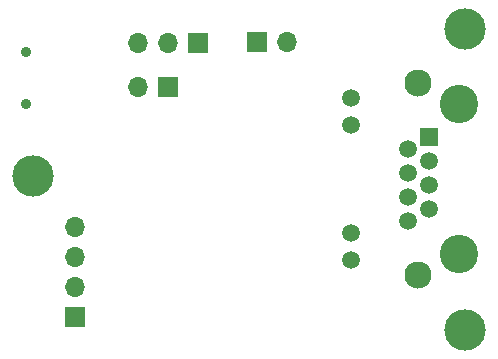
<source format=gbr>
%TF.GenerationSoftware,KiCad,Pcbnew,8.0.5*%
%TF.CreationDate,2025-02-12T12:09:28+01:00*%
%TF.ProjectId,USB-Extender_v2,5553422d-4578-4746-956e-6465725f7632,rev?*%
%TF.SameCoordinates,Original*%
%TF.FileFunction,Soldermask,Bot*%
%TF.FilePolarity,Negative*%
%FSLAX46Y46*%
G04 Gerber Fmt 4.6, Leading zero omitted, Abs format (unit mm)*
G04 Created by KiCad (PCBNEW 8.0.5) date 2025-02-12 12:09:28*
%MOMM*%
%LPD*%
G01*
G04 APERTURE LIST*
%ADD10R,1.700000X1.700000*%
%ADD11O,1.700000X1.700000*%
%ADD12C,3.500000*%
%ADD13C,0.900000*%
%ADD14C,3.250000*%
%ADD15R,1.500000X1.500000*%
%ADD16C,1.500000*%
%ADD17C,2.300000*%
G04 APERTURE END LIST*
D10*
%TO.C,J5*%
X125857000Y-62052200D03*
D11*
X128397000Y-62052200D03*
%TD*%
D10*
%TO.C,J6*%
X118318200Y-65836800D03*
D11*
X115778200Y-65836800D03*
%TD*%
D10*
%TO.C,J4*%
X110420000Y-85344000D03*
D11*
X110420000Y-82804000D03*
X110420000Y-80264000D03*
X110420000Y-77724000D03*
%TD*%
D12*
%TO.C,H2*%
X143510000Y-86410800D03*
%TD*%
D13*
%TO.C,J3*%
X106282600Y-62874800D03*
X106282600Y-67274800D03*
%TD*%
D12*
%TO.C,H3*%
X143459200Y-60909200D03*
%TD*%
D10*
%TO.C,J2*%
X120827800Y-62103000D03*
D11*
X118287800Y-62103000D03*
X115747800Y-62103000D03*
%TD*%
D14*
%TO.C,J1*%
X142927800Y-67259200D03*
X142927800Y-79959200D03*
D15*
X140387800Y-70049200D03*
D16*
X138607800Y-71065200D03*
X140387800Y-72081200D03*
X138607800Y-73097200D03*
X140387800Y-74113200D03*
X138607800Y-75129200D03*
X140387800Y-76145200D03*
X138607800Y-77161200D03*
X133787800Y-66749200D03*
X133787800Y-69039200D03*
X133787800Y-78179200D03*
X133787800Y-80469200D03*
D17*
X139497800Y-65479200D03*
X139497800Y-81739200D03*
%TD*%
D12*
%TO.C,H1*%
X106857800Y-73380600D03*
%TD*%
M02*

</source>
